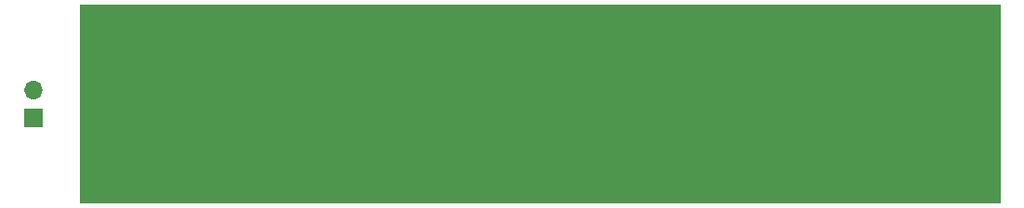
<source format=gbr>
%TF.GenerationSoftware,KiCad,Pcbnew,8.0.4*%
%TF.CreationDate,2024-09-05T15:58:05-04:00*%
%TF.ProjectId,paddle_1,70616464-6c65-45f3-912e-6b696361645f,rev?*%
%TF.SameCoordinates,Original*%
%TF.FileFunction,Soldermask,Bot*%
%TF.FilePolarity,Negative*%
%FSLAX46Y46*%
G04 Gerber Fmt 4.6, Leading zero omitted, Abs format (unit mm)*
G04 Created by KiCad (PCBNEW 8.0.4) date 2024-09-05 15:58:05*
%MOMM*%
%LPD*%
G01*
G04 APERTURE LIST*
%ADD10C,0.100000*%
%ADD11R,1.700000X1.700000*%
%ADD12O,1.700000X1.700000*%
G04 APERTURE END LIST*
D10*
X104200000Y-83000000D02*
X188000000Y-83000000D01*
X188000000Y-101000000D01*
X104200000Y-101000000D01*
X104200000Y-83000000D01*
G36*
X104200000Y-83000000D02*
G01*
X188000000Y-83000000D01*
X188000000Y-101000000D01*
X104200000Y-101000000D01*
X104200000Y-83000000D01*
G37*
D11*
%TO.C,J1*%
X100000000Y-93275000D03*
D12*
X100000000Y-90735000D03*
%TD*%
M02*

</source>
